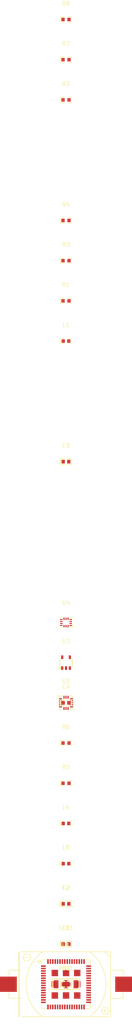
<source format=kicad_pcb>
(kicad_pcb (version 20241229) (generator "atopile") (generator_version "0.12.4")
  (layers (0 "F.Cu" signal) (31 "B.Cu" signal) (34 "B.Paste" user) (35 "F.Paste" user) (36 "B.SilkS" user "B.Silkscreen") (37 "F.SilkS" user "F.Silkscreen") (38 "B.Mask" user) (39 "F.Mask" user) (44 "Edge.Cuts" user))
  (net 0 "")
  (net 1 "PC13")
  (net 2 "PA2_UART2_TX")
  (net 3 "PA3_UART2_RX")
  (net 4 "PC0")
  (net 7 "VLXSMPS")
  (net 8 "PC6")
  (net 9 "PC4")
  (net 11 "PB7_UART1_RX")
  (net 18 "PA4")
  (net 19 "PA5")
  (net 20 "PB9")
  (net 22 "PB15")
  (net 23 "PA13")
  (net 26 "PC1")
  (net 29 "PA14")
  (net 30 "PC5")
  (net 31 "VREFpos")
  (net 32 "VFBSMPS")
  (net 35 "PB8")
  (net 39 "PC3")
  (net 6 "PB1")
  (net 41 "PA10")
  (net 43 "PA7")
  (net 44 "PB13")
  (net 45 "PB10")
  (net 47 "PA6")
  (net 48 "footprint-net-3")
  (net 50 "footprint-net-2")
  (net 51 "PB14")
  (net 52 "VDDMPS")
  (net 53 "PB12")
  (net 56 "PA8")
  (net 57 "NRST")
  (net 58 "PC2")
  (net 59 "PA11")
  (net 60 "PA9")
  (net 61 "PB11")
  (net 62 "BOOT0")
  (net 65 "PA12")
  (net 12 "footprint-net-0")
  (net 66 "footprint-net-1")
  (net 94 "ADC1")
  (net 95 "vbat")
  (net 96 "footprint-SDO_SA0-1")
  (net 97 "footprint-INT2-1")
  (net 99 "activation")
  (net 100 "footprint-CS-0")
  (net 101 "footprint-net-5")
  (net 102 "A")
  (net 103 "ADC2")
  (net 104 "SCX")
  (net 105 "led_status")
  (net 106 "footprint-CS-1")
  (net 107 "gnd")
  (net 108 "CS_AUX")
  (net 109 "INT1")
  (net 110 "RES")
  (net 111 "adc_ntc")
  (net 112 "footprint-INT2-0")
  (net 113 "footprint-net-4")
  (net 115 "ADC3")
  (net 116 "vcc")
  (net 117 "SDX")
  (net 118 "footprint-SDO_SA0-0")
  (net 119 "SDO_SUX")
  (net 15 "Dummy")
  (net 16 "Feed")
  (net 17 "RF_OUT")
  (net 5 "i2c_scl")
  (net 21 "i2c_sda")
  (footprint "RAKwireless_RAK3172_SIP_8_SM_NI:LGA-73_L12.0-W12.0-P0.60-TL" (layer "F.Cu") (at 0 0 0)
    (property "Reference" "U1" (at 0 -9.65 0) (layer "F.SilkS") (hide no))
    (property "Value" "")
    (fp_line (start -6.08 -4.82) (end -6.08 -6.08) (stroke (width 0.15)) (layer "F.SilkS"))
    (fp_line (start -6.08 -6.08) (end -4.82 -6.08) (stroke (width 0.15)) (layer "F.SilkS"))
    (fp_line (start 6.08 -4.82) (end 6.08 -6.08) (stroke (width 0.15)) (layer "F.SilkS"))
    (fp_line (start 6.08 -6.08) (end 4.82 -6.08) (stroke (width 0.15)) (layer "F.SilkS"))
    (fp_line (start 6.08 4.82) (end 6.08 6.08) (stroke (width 0.15)) (layer "F.SilkS"))
    (fp_line (start 6.08 6.08) (end 4.82 6.08) (stroke (width 0.15)) (layer "F.SilkS"))
    (fp_line (start -6.08 4.82) (end -6.08 6.08) (stroke (width 0.15)) (layer "F.SilkS"))
    (fp_line (start -6.08 6.08) (end -4.82 6.08) (stroke (width 0.15)) (layer "F.SilkS"))
    (fp_circle (center -6.7 -5.67) (end -6.5 -5.67) (stroke (width 0.4)) (fill no) (layer "F.SilkS"))
    (fp_text user "${REFERENCE}" (at 0 -9.65 0) (layer "F.SilkS"))
    (pad "1" smd rect (at -5.65 -4.5 0) (size 1.17 0.37) (layers "F.Cu" "F.Paste" "F.Mask") (net 23 "PA13"))
    (pad "2" smd rect (at -5.65 -3.9 0) (size 1.17 0.37) (layers "F.Cu" "F.Paste" "F.Mask") (net 29 "PA14"))
    (pad "3" smd rect (at -5.65 -3.3 0) (size 1.17 0.37) (layers "F.Cu" "F.Paste" "F.Mask") (net 116 "vcc"))
    (pad "4" smd rect (at -5.65 -2.7 0) (size 1.17 0.37) (layers "F.Cu" "F.Paste" "F.Mask") (net 95 "vbat"))
    (pad "5" smd rect (at -5.65 -2.1 0) (size 1.17 0.37) (layers "F.Cu" "F.Paste" "F.Mask") (net 1 "PC13"))
    (pad "6" smd rect (at -5.65 -1.5 0) (size 1.17 0.37) (layers "F.Cu" "F.Paste" "F.Mask") (net 31 "VREFpos"))
    (pad "7" smd rect (at -5.65 -0.9 0) (size 1.17 0.37) (layers "F.Cu" "F.Paste" "F.Mask") (net 116 "vcc"))
    (pad "8" smd rect (at -5.65 -0.3 0) (size 1.17 0.37) (layers "F.Cu" "F.Paste" "F.Mask") (net 5 "i2c_scl"))
    (pad "9" smd rect (at -5.65 0.3 0) (size 1.17 0.37) (layers "F.Cu" "F.Paste" "F.Mask") (net 22 "PB15"))
    (pad "10" smd rect (at -5.65 0.9 0) (size 1.17 0.37) (layers "F.Cu" "F.Paste" "F.Mask") (net 32 "VFBSMPS"))
    (pad "11" smd rect (at -5.65 1.5 0) (size 1.17 0.37) (layers "F.Cu" "F.Paste" "F.Mask") (net 52 "VDDMPS"))
    (pad "12" smd rect (at -5.65 2.1 0) (size 1.17 0.37) (layers "F.Cu" "F.Paste" "F.Mask") (net 107 "gnd"))
    (pad "13" smd rect (at -5.65 2.7 0) (size 1.17 0.37) (layers "F.Cu" "F.Paste" "F.Mask") (net 7 "VLXSMPS"))
    (pad "14" smd rect (at -5.65 3.3 0) (size 1.17 0.37) (layers "F.Cu" "F.Paste" "F.Mask") (net 97 "footprint-INT2-1"))
    (pad "15" smd rect (at -5.65 3.9 0) (size 1.17 0.37) (layers "F.Cu" "F.Paste" "F.Mask") (net 109 "INT1"))
    (pad "16" smd rect (at -5.65 4.5 0) (size 1.17 0.37) (layers "F.Cu" "F.Paste" "F.Mask") (net 105 "led_status"))
    (pad "17" smd rect (at -4.5 5.65 0) (size 0.37 1.17) (layers "F.Cu" "F.Paste" "F.Mask") (net 21 "i2c_sda"))
    (pad "18" smd rect (at -3.9 5.65 0) (size 0.37 1.17) (layers "F.Cu" "F.Paste" "F.Mask") (net 11 "PB7_UART1_RX"))
    (pad "19" smd rect (at -3.3 5.65 0) (size 0.37 1.17) (layers "F.Cu" "F.Paste" "F.Mask") (net 35 "PB8"))
    (pad "20" smd rect (at -2.7 5.65 0) (size 0.37 1.17) (layers "F.Cu" "F.Paste" "F.Mask") (net 20 "PB9"))
    (pad "21" smd rect (at -2.1 5.65 0) (size 0.37 1.17) (layers "F.Cu" "F.Paste" "F.Mask") (net 4 "PC0"))
    (pad "22" smd rect (at -1.5 5.65 0) (size 0.37 1.17) (layers "F.Cu" "F.Paste" "F.Mask") (net 26 "PC1"))
    (pad "23" smd rect (at -0.9 5.65 0) (size 0.37 1.17) (layers "F.Cu" "F.Paste" "F.Mask") (net 58 "PC2"))
    (pad "24" smd rect (at -0.3 5.65 0) (size 0.37 1.17) (layers "F.Cu" "F.Paste" "F.Mask") (net 39 "PC3"))
    (pad "25" smd rect (at 0.3 5.65 0) (size 0.37 1.17) (layers "F.Cu" "F.Paste" "F.Mask") (net 9 "PC4"))
    (pad "26" smd rect (at 0.9 5.65 0) (size 0.37 1.17) (layers "F.Cu" "F.Paste" "F.Mask") (net 30 "PC5"))
    (pad "27" smd rect (at 1.5 5.65 0) (size 0.37 1.17) (layers "F.Cu" "F.Paste" "F.Mask") (net 8 "PC6"))
    (pad "28" smd rect (at 2.1 5.65 0) (size 0.37 1.17) (layers "F.Cu" "F.Paste" "F.Mask") (net 107 "gnd"))
    (pad "29" smd rect (at 2.7 5.65 0) (size 0.37 1.17) (layers "F.Cu" "F.Paste" "F.Mask") (net 2 "PA2_UART2_TX"))
    (pad "30" smd rect (at 3.3 5.65 0) (size 0.37 1.17) (layers "F.Cu" "F.Paste" "F.Mask") (net 3 "PA3_UART2_RX"))
    (pad "31" smd rect (at 3.9 5.65 0) (size 0.37 1.17) (layers "F.Cu" "F.Paste" "F.Mask") (net 18 "PA4"))
    (pad "32" smd rect (at 4.5 5.65 0) (size 0.37 1.17) (layers "F.Cu" "F.Paste" "F.Mask") (net 19 "PA5"))
    (pad "33" smd rect (at 5.65 4.5 0) (size 1.17 0.37) (layers "F.Cu" "F.Paste" "F.Mask") (net 47 "PA6"))
    (pad "34" smd rect (at 5.65 3.9 0) (size 1.17 0.37) (layers "F.Cu" "F.Paste" "F.Mask") (net 43 "PA7"))
    (pad "35" smd rect (at 5.65 3.3 0) (size 1.17 0.37) (layers "F.Cu" "F.Paste" "F.Mask") (net 107 "gnd"))
    (pad "36" smd rect (at 5.65 2.7 0) (size 1.17 0.37) (layers "F.Cu" "F.Paste" "F.Mask") (net 107 "gnd"))
    (pad "37" smd rect (at 5.65 2.1 0) (size 1.17 0.37) (layers "F.Cu" "F.Paste" "F.Mask") (net 17 "RF_OUT"))
    (pad "38" smd rect (at 5.65 1.5 0) (size 1.17 0.37) (layers "F.Cu" "F.Paste" "F.Mask") (net 107 "gnd"))
    (pad "39" smd rect (at 5.65 0.9 0) (size 1.17 0.37) (layers "F.Cu" "F.Paste" "F.Mask") (net 107 "gnd"))
    (pad "40" smd rect (at 5.65 0.3 0) (size 1.17 0.37) (layers "F.Cu" "F.Paste" "F.Mask") (net 50 "footprint-net-2"))
    (pad "41" smd rect (at 5.65 -0.3 0) (size 1.17 0.37) (layers "F.Cu" "F.Paste" "F.Mask") (net 48 "footprint-net-3"))
    (pad "42" smd rect (at 5.65 -0.9 0) (size 1.17 0.37) (layers "F.Cu" "F.Paste" "F.Mask") (net 99 "activation"))
    (pad "43" smd rect (at 5.65 -1.5 0) (size 1.17 0.37) (layers "F.Cu" "F.Paste" "F.Mask") (net 62 "BOOT0"))
    (pad "44" smd rect (at 5.65 -2.1 0) (size 1.17 0.37) (layers "F.Cu" "F.Paste" "F.Mask") (net 57 "NRST"))
    (pad "45" smd rect (at 5.65 -2.7 0) (size 1.17 0.37) (layers "F.Cu" "F.Paste" "F.Mask") (net 111 "adc_ntc"))
    (pad "46" smd rect (at 5.65 -3.3 0) (size 1.17 0.37) (layers "F.Cu" "F.Paste" "F.Mask") (net 107 "gnd"))
    (pad "47" smd rect (at 5.65 -3.9 0) (size 1.17 0.37) (layers "F.Cu" "F.Paste" "F.Mask") (net 107 "gnd"))
    (pad "48" smd rect (at 5.65 -4.5 0) (size 1.17 0.37) (layers "F.Cu" "F.Paste" "F.Mask") (net 61 "PB11"))
    (pad "49" smd rect (at 4.5 -5.65 0) (size 0.37 1.17) (layers "F.Cu" "F.Paste" "F.Mask") (net 45 "PB10"))
    (pad "50" smd rect (at 3.9 -5.65 0) (size 0.37 1.17) (layers "F.Cu" "F.Paste" "F.Mask") (net 60 "PA9"))
    (pad "51" smd rect (at 3.3 -5.65 0) (size 0.37 1.17) (layers "F.Cu" "F.Paste" "F.Mask") (net 56 "PA8"))
    (pad "52" smd rect (at 2.7 -5.65 0) (size 0.37 1.17) (layers "F.Cu" "F.Paste" "F.Mask") (net 107 "gnd"))
    (pad "53" smd rect (at 2.1 -5.65 0) (size 0.37 1.17) (layers "F.Cu" "F.Paste" "F.Mask") (net 116 "vcc"))
    (pad "54" smd rect (at 1.5 -5.65 0) (size 0.37 1.17) (layers "F.Cu" "F.Paste" "F.Mask") (net 116 "vcc"))
    (pad "55" smd rect (at 0.9 -5.65 0) (size 0.37 1.17) (layers "F.Cu" "F.Paste" "F.Mask") (net 116 "vcc"))
    (pad "56" smd rect (at 0.3 -5.65 0) (size 0.37 1.17) (layers "F.Cu" "F.Paste" "F.Mask") (net 107 "gnd"))
    (pad "57" smd rect (at -0.3 -5.65 0) (size 0.37 1.17) (layers "F.Cu" "F.Paste" "F.Mask") (net 6 "PB1"))
    (pad "58" smd rect (at -0.9 -5.65 0) (size 0.37 1.17) (layers "F.Cu" "F.Paste" "F.Mask") (net 112 "footprint-INT2-0"))
    (pad "59" smd rect (at -1.5 -5.65 0) (size 0.37 1.17) (layers "F.Cu" "F.Paste" "F.Mask") (net 53 "PB12"))
    (pad "60" smd rect (at -2.1 -5.65 0) (size 0.37 1.17) (layers "F.Cu" "F.Paste" "F.Mask") (net 44 "PB13"))
    (pad "61" smd rect (at -2.7 -5.65 0) (size 0.37 1.17) (layers "F.Cu" "F.Paste" "F.Mask") (net 51 "PB14"))
    (pad "62" smd rect (at -3.3 -5.65 0) (size 0.37 1.17) (layers "F.Cu" "F.Paste" "F.Mask") (net 41 "PA10"))
    (pad "63" smd rect (at -3.9 -5.65 0) (size 0.37 1.17) (layers "F.Cu" "F.Paste" "F.Mask") (net 59 "PA11"))
    (pad "64" smd rect (at -4.5 -5.65 0) (size 0.37 1.17) (layers "F.Cu" "F.Paste" "F.Mask") (net 65 "PA12"))
    (pad "65" smd rect (at -2.8 -2.8 0) (size 1.6 1.6) (layers "F.Cu" "F.Paste" "F.Mask") (net 107 "gnd"))
    (pad "66" smd rect (at 0 -2.8 0) (size 1.6 1.6) (layers "F.Cu" "F.Paste" "F.Mask") (net 107 "gnd"))
    (pad "67" smd rect (at 2.8 -2.8 0) (size 1.6 1.6) (layers "F.Cu" "F.Paste" "F.Mask") (net 107 "gnd"))
    (pad "68" smd rect (at -2.8 0 0) (size 1.6 1.6) (layers "F.Cu" "F.Paste" "F.Mask") (net 107 "gnd"))
    (pad "69" smd rect (at 0 0 0) (size 1.6 1.6) (layers "F.Cu" "F.Paste" "F.Mask") (net 107 "gnd"))
    (pad "70" smd rect (at 2.8 0 0) (size 1.6 1.6) (layers "F.Cu" "F.Paste" "F.Mask") (net 107 "gnd"))
    (pad "71" smd rect (at -2.8 2.8 0) (size 1.6 1.6) (layers "F.Cu" "F.Paste" "F.Mask") (net 107 "gnd"))
    (pad "72" smd rect (at 0 2.8 0) (size 1.6 1.6) (layers "F.Cu" "F.Paste" "F.Mask") (net 107 "gnd"))
    (pad "73" smd rect (at 2.8 2.8 0) (size 1.6 1.6) (layers "F.Cu" "F.Paste" "F.Mask") (net 107 "gnd"))
  )
  (footprint "YAGEO_CC0603KRX7R9BB104:C0603" (layer "F.Cu") (at 0 0 0)
    (property "Reference" "C3" (at 0 -4 0) (layer "F.SilkS") (hide no))
    (property "Value" "100nF ±10% 50V X7R")
    (fp_line (start -0.28 0.71) (end -1.08 0.71) (stroke (width 0.25)) (layer "F.SilkS"))
    (fp_line (start 0.28 0.71) (end 1.08 0.71) (stroke (width 0.25)) (layer "F.SilkS"))
    (fp_line (start -0.28 -0.71) (end -1.08 -0.71) (stroke (width 0.25)) (layer "F.SilkS"))
    (fp_line (start 0.28 -0.71) (end 1.08 -0.71) (stroke (width 0.25)) (layer "F.SilkS"))
    (fp_line (start -1.39 0.4) (end -1.39 -0.4) (stroke (width 0.25)) (layer "F.SilkS"))
    (fp_line (start 1.39 -0.4) (end 1.39 0.4) (stroke (width 0.25)) (layer "F.SilkS"))
    (fp_arc (start 1.39 -0.4) (mid 1.2992031021678296 -0.6192031021678296) (end 1.08 -0.7099999999999999) (stroke (width 0.25)) (layer "F.SilkS"))
    (fp_arc (start 1.08 0.71) (mid 1.2992031021678296 0.6192031021678297) (end 1.3900000000000001 0.4) (stroke (width 0.25)) (layer "F.SilkS"))
    (fp_arc (start -1.39 0.4) (mid -1.2992031021678296 0.6192031021678296) (end -1.08 0.7099999999999999) (stroke (width 0.25)) (layer "F.SilkS"))
    (fp_arc (start -1.08 -0.71) (mid -1.2992031021678296 -0.6192031021678297) (end -1.3900000000000001 -0.4) (stroke (width 0.25)) (layer "F.SilkS"))
    (fp_text user "${REFERENCE}" (at 0 -4 0) (layer "F.SilkS"))
    (pad "2" smd rect (at 0.7 0 0) (size 0.8 0.9) (layers "F.Cu" "F.Paste" "F.Mask") (net 107 "gnd"))
    (pad "1" smd rect (at -0.7 0 0) (size 0.8 0.9) (layers "F.Cu" "F.Paste" "F.Mask") (net 116 "vcc"))
  )
  (footprint "YAGEO_CC0603KRX7R9BB104:C0603" (layer "F.Cu") (at 0 -70 0)
    (property "Reference" "C4" (at 0 -4 0) (layer "F.SilkS") (hide no))
    (property "Value" "100nF ±10% 50V X7R")
    (fp_line (start -0.28 0.71) (end -1.08 0.71) (stroke (width 0.25)) (layer "F.SilkS"))
    (fp_line (start 0.28 0.71) (end 1.08 0.71) (stroke (width 0.25)) (layer "F.SilkS"))
    (fp_line (start -0.28 -0.71) (end -1.08 -0.71) (stroke (width 0.25)) (layer "F.SilkS"))
    (fp_line (start 0.28 -0.71) (end 1.08 -0.71) (stroke (width 0.25)) (layer "F.SilkS"))
    (fp_line (start -1.39 0.4) (end -1.39 -0.4) (stroke (width 0.25)) (layer "F.SilkS"))
    (fp_line (start 1.39 -0.4) (end 1.39 0.4) (stroke (width 0.25)) (layer "F.SilkS"))
    (fp_arc (start 1.39 -0.4) (mid 1.2992031021678296 -0.6192031021678296) (end 1.08 -0.7099999999999999) (stroke (width 0.25)) (layer "F.SilkS"))
    (fp_arc (start 1.08 0.71) (mid 1.2992031021678296 0.6192031021678297) (end 1.3900000000000001 0.4) (stroke (width 0.25)) (layer "F.SilkS"))
    (fp_arc (start -1.39 0.4) (mid -1.2992031021678296 0.6192031021678296) (end -1.08 0.7099999999999999) (stroke (width 0.25)) (layer "F.SilkS"))
    (fp_arc (start -1.08 -0.71) (mid -1.2992031021678296 -0.6192031021678297) (end -1.3900000000000001 -0.4) (stroke (width 0.25)) (layer "F.SilkS"))
    (fp_text user "${REFERENCE}" (at 0 -4 0) (layer "F.SilkS"))
    (pad "2" smd rect (at 0.7 0 0) (size 0.8 0.9) (layers "F.Cu" "F.Paste" "F.Mask") (net 107 "gnd"))
    (pad "1" smd rect (at -0.7 0 0) (size 0.8 0.9) (layers "F.Cu" "F.Paste" "F.Mask") (net 116 "vcc"))
  )
  (footprint "YAGEO_CC0603KRX7R9BB104:C0603" (layer "F.Cu") (at 0 -130 0)
    (property "Reference" "C9" (at 0 -4 0) (layer "F.SilkS") (hide no))
    (property "Value" "100nF ±10% 50V X7R")
    (fp_line (start -0.28 0.71) (end -1.08 0.71) (stroke (width 0.25)) (layer "F.SilkS"))
    (fp_line (start 0.28 0.71) (end 1.08 0.71) (stroke (width 0.25)) (layer "F.SilkS"))
    (fp_line (start -0.28 -0.71) (end -1.08 -0.71) (stroke (width 0.25)) (layer "F.SilkS"))
    (fp_line (start 0.28 -0.71) (end 1.08 -0.71) (stroke (width 0.25)) (layer "F.SilkS"))
    (fp_line (start -1.39 0.4) (end -1.39 -0.4) (stroke (width 0.25)) (layer "F.SilkS"))
    (fp_line (start 1.39 -0.4) (end 1.39 0.4) (stroke (width 0.25)) (layer "F.SilkS"))
    (fp_arc (start 1.39 -0.4) (mid 1.2992031021678296 -0.6192031021678296) (end 1.08 -0.7099999999999999) (stroke (width 0.25)) (layer "F.SilkS"))
    (fp_arc (start 1.08 0.71) (mid 1.2992031021678296 0.6192031021678297) (end 1.3900000000000001 0.4) (stroke (width 0.25)) (layer "F.SilkS"))
    (fp_arc (start -1.39 0.4) (mid -1.2992031021678296 0.6192031021678296) (end -1.08 0.7099999999999999) (stroke (width 0.25)) (layer "F.SilkS"))
    (fp_arc (start -1.08 -0.71) (mid -1.2992031021678296 -0.6192031021678297) (end -1.3900000000000001 -0.4) (stroke (width 0.25)) (layer "F.SilkS"))
    (fp_text user "${REFERENCE}" (at 0 -4 0) (layer "F.SilkS"))
    (pad "2" smd rect (at 0.7 0 0) (size 0.8 0.9) (layers "F.Cu" "F.Paste" "F.Mask") (net 107 "gnd"))
    (pad "1" smd rect (at -0.7 0 0) (size 0.8 0.9) (layers "F.Cu" "F.Paste" "F.Mask") (net 116 "vcc"))
  )
  (footprint "Murata_Electronics_LQM18FN100M00D:L0603" (layer "F.Cu") (at 0 -160 0)
    (property "Reference" "L1" (at 0 -4 0) (layer "F.SilkS") (hide no))
    (property "Value" "10µH ±20% 30MHz 50mA 1.17Ω")
    (fp_line (start -1.27 0.65) (end -1.43 0.5) (stroke (width 0.15)) (layer "F.SilkS"))
    (fp_line (start -1.43 0.5) (end -1.43 -0.51) (stroke (width 0.15)) (layer "F.SilkS"))
    (fp_line (start -1.43 -0.51) (end -1.27 -0.65) (stroke (width 0.15)) (layer "F.SilkS"))
    (fp_line (start 1.27 -0.65) (end 1.42 -0.5) (stroke (width 0.15)) (layer "F.SilkS"))
    (fp_line (start 1.42 -0.5) (end 1.42 0.52) (stroke (width 0.15)) (layer "F.SilkS"))
    (fp_line (start 1.42 0.52) (end 1.27 0.65) (stroke (width 0.15)) (layer "F.SilkS"))
    (fp_line (start -1.28 -0.65) (end -0.51 -0.65) (stroke (width 0.15)) (layer "F.SilkS"))
    (fp_line (start 1.27 0.65) (end 0.51 0.65) (stroke (width 0.15)) (layer "F.SilkS"))
    (fp_line (start -1.28 0.65) (end -0.51 0.65) (stroke (width 0.15)) (layer "F.SilkS"))
    (fp_line (start 1.27 -0.65) (end 0.51 -0.65) (stroke (width 0.15)) (layer "F.SilkS"))
    (fp_text user "${REFERENCE}" (at 0 -4 0) (layer "F.SilkS"))
    (pad "1" smd rect (at -0.7 0 180) (size 0.8 0.86) (layers "F.Cu" "F.Paste" "F.Mask") (net 116 "vcc"))
    (pad "2" smd rect (at 0.7 0 180) (size 0.8 0.86) (layers "F.Cu" "F.Paste" "F.Mask") (net 116 "vcc"))
  )
  (footprint "UNI_ROYAL_0603WAF1002T5E:R0603" (layer "F.Cu") (at 0 -170 0)
    (property "Reference" "R1" (at 0 -4 0) (layer "F.SilkS") (hide no))
    (property "Value" "10kΩ ±1% 100mW")
    (fp_line (start 0.43 0.66) (end 1.39 0.66) (stroke (width 0.15)) (layer "F.SilkS"))
    (fp_line (start 1.39 0.66) (end 1.39 -0.66) (stroke (width 0.15)) (layer "F.SilkS"))
    (fp_line (start 1.39 -0.66) (end 0.43 -0.66) (stroke (width 0.15)) (layer "F.SilkS"))
    (fp_line (start -0.43 0.66) (end -1.39 0.66) (stroke (width 0.15)) (layer "F.SilkS"))
    (fp_line (start -1.39 0.66) (end -1.39 -0.66) (stroke (width 0.15)) (layer "F.SilkS"))
    (fp_line (start -1.39 -0.66) (end -0.43 -0.66) (stroke (width 0.15)) (layer "F.SilkS"))
    (fp_text user "${REFERENCE}" (at 0 -4 0) (layer "F.SilkS"))
    (pad "2" smd rect (at 0.75 0 0) (size 0.81 0.86) (layers "F.Cu" "F.Paste" "F.Mask") (net 107 "gnd"))
    (pad "1" smd rect (at -0.75 0 0) (size 0.81 0.86) (layers "F.Cu" "F.Paste" "F.Mask") (net 116 "vcc"))
  )
  (footprint "UNI_ROYAL_0603WAF1002T5E:R0603" (layer "F.Cu") (at 0 -180 0)
    (property "Reference" "R3" (at 0 -4 0) (layer "F.SilkS") (hide no))
    (property "Value" "10kΩ ±1% 100mW")
    (fp_line (start 0.43 0.66) (end 1.39 0.66) (stroke (width 0.15)) (layer "F.SilkS"))
    (fp_line (start 1.39 0.66) (end 1.39 -0.66) (stroke (width 0.15)) (layer "F.SilkS"))
    (fp_line (start 1.39 -0.66) (end 0.43 -0.66) (stroke (width 0.15)) (layer "F.SilkS"))
    (fp_line (start -0.43 0.66) (end -1.39 0.66) (stroke (width 0.15)) (layer "F.SilkS"))
    (fp_line (start -1.39 0.66) (end -1.39 -0.66) (stroke (width 0.15)) (layer "F.SilkS"))
    (fp_line (start -1.39 -0.66) (end -0.43 -0.66) (stroke (width 0.15)) (layer "F.SilkS"))
    (fp_text user "${REFERENCE}" (at 0 -4 0) (layer "F.SilkS"))
    (pad "2" smd rect (at 0.75 0 0) (size 0.81 0.86) (layers "F.Cu" "F.Paste" "F.Mask") (net 107 "gnd"))
    (pad "1" smd rect (at -0.75 0 0) (size 0.81 0.86) (layers "F.Cu" "F.Paste" "F.Mask") (net 111 "adc_ntc"))
  )
  (footprint "UNI_ROYAL_0603WAF1002T5E:R0603" (layer "F.Cu") (at 0 -190 0)
    (property "Reference" "R4" (at 0 -4 0) (layer "F.SilkS") (hide no))
    (property "Value" "10kΩ ±1% 100mW")
    (fp_line (start 0.43 0.66) (end 1.39 0.66) (stroke (width 0.15)) (layer "F.SilkS"))
    (fp_line (start 1.39 0.66) (end 1.39 -0.66) (stroke (width 0.15)) (layer "F.SilkS"))
    (fp_line (start 1.39 -0.66) (end 0.43 -0.66) (stroke (width 0.15)) (layer "F.SilkS"))
    (fp_line (start -0.43 0.66) (end -1.39 0.66) (stroke (width 0.15)) (layer "F.SilkS"))
    (fp_line (start -1.39 0.66) (end -1.39 -0.66) (stroke (width 0.15)) (layer "F.SilkS"))
    (fp_line (start -1.39 -0.66) (end -0.43 -0.66) (stroke (width 0.15)) (layer "F.SilkS"))
    (fp_text user "${REFERENCE}" (at 0 -4 0) (layer "F.SilkS"))
    (pad "2" smd rect (at 0.75 0 0) (size 0.81 0.86) (layers "F.Cu" "F.Paste" "F.Mask") (net 111 "adc_ntc"))
    (pad "1" smd rect (at -0.75 0 0) (size 0.81 0.86) (layers "F.Cu" "F.Paste" "F.Mask") (net 116 "vcc"))
  )
  (footprint "UNI_ROYAL_0603WAF1002T5E:R0603" (layer "F.Cu") (at 0 -220 0)
    (property "Reference" "R2" (at 0 -4 0) (layer "F.SilkS") (hide no))
    (property "Value" "10kΩ ±1% 100mW")
    (fp_line (start 0.43 0.66) (end 1.39 0.66) (stroke (width 0.15)) (layer "F.SilkS"))
    (fp_line (start 1.39 0.66) (end 1.39 -0.66) (stroke (width 0.15)) (layer "F.SilkS"))
    (fp_line (start 1.39 -0.66) (end 0.43 -0.66) (stroke (width 0.15)) (layer "F.SilkS"))
    (fp_line (start -0.43 0.66) (end -1.39 0.66) (stroke (width 0.15)) (layer "F.SilkS"))
    (fp_line (start -1.39 0.66) (end -1.39 -0.66) (stroke (width 0.15)) (layer "F.SilkS"))
    (fp_line (start -1.39 -0.66) (end -0.43 -0.66) (stroke (width 0.15)) (layer "F.SilkS"))
    (fp_text user "${REFERENCE}" (at 0 -4 0) (layer "F.SilkS"))
    (pad "2" smd rect (at 0.75 0 0) (size 0.81 0.86) (layers "F.Cu" "F.Paste" "F.Mask") (net 66 "footprint-net-1"))
    (pad "1" smd rect (at -0.75 0 0) (size 0.81 0.86) (layers "F.Cu" "F.Paste" "F.Mask") (net 12 "footprint-net-0"))
  )
  (footprint "UNI_ROYAL_0603WAF1002T5E:R0603" (layer "F.Cu") (at 0 -230 0)
    (property "Reference" "R7" (at 0 -4 0) (layer "F.SilkS") (hide no))
    (property "Value" "10kΩ ±1% 100mW")
    (fp_line (start 0.43 0.66) (end 1.39 0.66) (stroke (width 0.15)) (layer "F.SilkS"))
    (fp_line (start 1.39 0.66) (end 1.39 -0.66) (stroke (width 0.15)) (layer "F.SilkS"))
    (fp_line (start 1.39 -0.66) (end 0.43 -0.66) (stroke (width 0.15)) (layer "F.SilkS"))
    (fp_line (start -0.43 0.66) (end -1.39 0.66) (stroke (width 0.15)) (layer "F.SilkS"))
    (fp_line (start -1.39 0.66) (end -1.39 -0.66) (stroke (width 0.15)) (layer "F.SilkS"))
    (fp_line (start -1.39 -0.66) (end -0.43 -0.66) (stroke (width 0.15)) (layer "F.SilkS"))
    (fp_text user "${REFERENCE}" (at 0 -4 0) (layer "F.SilkS"))
    (pad "2" smd rect (at 0.75 0 0) (size 0.81 0.86) (layers "F.Cu" "F.Paste" "F.Mask") (net 21 "i2c_sda"))
    (pad "1" smd rect (at -0.75 0 0) (size 0.81 0.86) (layers "F.Cu" "F.Paste" "F.Mask") (net 116 "vcc"))
  )
  (footprint "UNI_ROYAL_0603WAF1002T5E:R0603" (layer "F.Cu") (at 0 -240 0)
    (property "Reference" "R8" (at 0 -4 0) (layer "F.SilkS") (hide no))
    (property "Value" "10kΩ ±1% 100mW")
    (fp_line (start 0.43 0.66) (end 1.39 0.66) (stroke (width 0.15)) (layer "F.SilkS"))
    (fp_line (start 1.39 0.66) (end 1.39 -0.66) (stroke (width 0.15)) (layer "F.SilkS"))
    (fp_line (start 1.39 -0.66) (end 0.43 -0.66) (stroke (width 0.15)) (layer "F.SilkS"))
    (fp_line (start -0.43 0.66) (end -1.39 0.66) (stroke (width 0.15)) (layer "F.SilkS"))
    (fp_line (start -1.39 0.66) (end -1.39 -0.66) (stroke (width 0.15)) (layer "F.SilkS"))
    (fp_line (start -1.39 -0.66) (end -0.43 -0.66) (stroke (width 0.15)) (layer "F.SilkS"))
    (fp_text user "${REFERENCE}" (at 0 -4 0) (layer "F.SilkS"))
    (pad "2" smd rect (at 0.75 0 0) (size 0.81 0.86) (layers "F.Cu" "F.Paste" "F.Mask") (net 5 "i2c_scl"))
    (pad "1" smd rect (at -0.75 0 0) (size 0.81 0.86) (layers "F.Cu" "F.Paste" "F.Mask") (net 116 "vcc"))
  )
  (footprint "Q_J_CR2032_BS_6_1:BAT-TH_CR2032-BS-6-1" (layer "F.Cu") (at 0 0 0)
    (property "Reference" "B1" (at 0 -4 0) (layer "F.SilkS") (hide no))
    (property "Value" "")
    (fp_line (start 11.13 8.08) (end 11.13 1.98) (stroke (width 0.15)) (layer "F.SilkS"))
    (fp_line (start -9.2 -6.65) (end -10.3 -6.65) (stroke (width 0.15)) (layer "F.SilkS"))
    (fp_line (start 9.2 6.65) (end 10.3 6.65) (stroke (width 0.15)) (layer "F.SilkS"))
    (fp_line (start 9.75 7.2) (end 9.75 6.1) (stroke (width 0.15)) (layer "F.SilkS"))
    (fp_line (start 11.13 -1.98) (end 11.13 2.06) (stroke (width 0.15)) (layer "F.SilkS"))
    (fp_line (start -11.8 -8.05) (end -11.8 8.05) (stroke (width 0.15)) (layer "F.SilkS"))
    (fp_line (start -11.8 -8.07) (end -11.65 -8.07) (stroke (width 0.15)) (layer "F.SilkS"))
    (fp_line (start -11.65 -8.07) (end -11.65 8.08) (stroke (width 0.15)) (layer "F.SilkS"))
    (fp_line (start -11.65 8.08) (end -11.8 8.08) (stroke (width 0.15)) (layer "F.SilkS"))
    (fp_line (start -14.25 3.5) (end -11.13 3.5) (stroke (width 0.15)) (layer "F.SilkS"))
    (fp_line (start -14.25 3.5) (end -14.25 2.08) (stroke (width 0.15)) (layer "F.SilkS"))
    (fp_line (start -14.25 -3.5) (end -14.25 -2.08) (stroke (width 0.15)) (layer "F.SilkS"))
    (fp_line (start -14.25 -3.5) (end -11.13 -3.5) (stroke (width 0.15)) (layer "F.SilkS"))
    (fp_line (start 14.25 3.5) (end 11.13 3.5) (stroke (width 0.15)) (layer "F.SilkS"))
    (fp_line (start 14.25 3.5) (end 14.25 2.08) (stroke (width 0.15)) (layer "F.SilkS"))
    (fp_line (start 14.25 -3.5) (end 14.25 -2.08) (stroke (width 0.15)) (layer "F.SilkS"))
    (fp_line (start 14.25 -3.5) (end 11.13 -3.5) (stroke (width 0.15)) (layer "F.SilkS"))
    (fp_line (start 9.64 -8.08) (end 9.66 -8.08) (stroke (width 0.15)) (layer "F.SilkS"))
    (fp_line (start 9.66 -8.08) (end 11.13 -6.61) (stroke (width 0.15)) (layer "F.SilkS"))
    (fp_line (start -11.13 -8.08) (end 11.13 -8.08) (stroke (width 0.15)) (layer "F.SilkS"))
    (fp_line (start 11.13 -8.08) (end 11.13 -1.98) (stroke (width 0.15)) (layer "F.SilkS"))
    (fp_line (start -11.13 8.08) (end 11.13 8.08) (stroke (width 0.15)) (layer "F.SilkS"))
    (fp_arc (start -5.91 8.07) (mid -10.006743821177578 -0.003601908927777231) (end -5.904183094256048 -8.074249541064866) (stroke (width 0.15)) (layer "F.SilkS"))
    (fp_arc (start 5.91 -8.07) (mid 10.006743821177578 0.003601908927777231) (end 5.904183094256048 8.074249541064866) (stroke (width 0.15)) (layer "F.SilkS"))
    (fp_circle (center 9.75 6.65) (end 10.67 6.65) (stroke (width 0.15)) (fill no) (layer "F.SilkS"))
    (fp_circle (center -9.75 -6.65) (end -8.83 -6.65) (stroke (width 0.15)) (fill no) (layer "F.SilkS"))
    (fp_text user "${REFERENCE}" (at 0 -4 0) (layer "F.SilkS"))
    (pad "1" smd rect (at 14.39 0 0) (size 4.2 3.8) (layers "F.Cu" "F.Paste" "F.Mask") (net 95 "vbat"))
    (pad "2" smd rect (at -14.39 0 0) (size 4.2 3.8) (layers "F.Cu" "F.Paste" "F.Mask") (net 107 "gnd"))
  )
  (footprint "Everlight_Elec_19_217_GHC_YR1S2_3T:LED0603-RD" (layer "F.Cu") (at 0 -10 0)
    (property "Reference" "LED1" (at 0 -4 0) (layer "F.SilkS") (hide no))
    (property "Value" "")
    (fp_line (start 0.22 0.33) (end 0.21 0.33) (stroke (width 0.15)) (layer "F.SilkS"))
    (fp_line (start 0.21 0.33) (end -0.12 0) (stroke (width 0.15)) (layer "F.SilkS"))
    (fp_line (start 0.22 -0.35) (end 0.22 -0.34) (stroke (width 0.15)) (layer "F.SilkS"))
    (fp_line (start 0.22 -0.34) (end -0.12 0) (stroke (width 0.15)) (layer "F.SilkS"))
    (fp_line (start 0.22 -0.35) (end 0.22 0.33) (stroke (width 0.15)) (layer "F.SilkS"))
    (fp_line (start 0.24 -0.75) (end 1.39 -0.75) (stroke (width 0.15)) (layer "F.SilkS"))
    (fp_line (start 0.24 0.75) (end 1.39 0.75) (stroke (width 0.15)) (layer "F.SilkS"))
    (fp_line (start 1.39 -0.75) (end 1.39 0.73) (stroke (width 0.15)) (layer "F.SilkS"))
    (fp_line (start -0.14 0.75) (end -1.19 0.75) (stroke (width 0.15)) (layer "F.SilkS"))
    (fp_line (start -1.49 0.35) (end -1.49 0.45) (stroke (width 0.15)) (layer "F.SilkS"))
    (fp_line (start -1.49 0.45) (end -1.19 0.75) (stroke (width 0.15)) (layer "F.SilkS"))
    (fp_line (start -1.49 -0.35) (end -1.49 0.35) (stroke (width 0.15)) (layer "F.SilkS"))
    (fp_line (start -1.49 -0.35) (end -1.49 -0.45) (stroke (width 0.15)) (layer "F.SilkS"))
    (fp_line (start -1.49 -0.45) (end -1.19 -0.75) (stroke (width 0.15)) (layer "F.SilkS"))
    (fp_line (start -0.14 -0.75) (end -1.19 -0.75) (stroke (width 0.15)) (layer "F.SilkS"))
    (fp_line (start 0.22 0) (end -0.12 0) (stroke (width 0.15)) (layer "F.SilkS"))
    (fp_text user "${REFERENCE}" (at 0 -4 0) (layer "F.SilkS"))
    (pad "2" smd rect (at 0.75 0 90) (size 0.8 0.8) (layers "F.Cu" "F.Paste" "F.Mask") (net 102 "A"))
    (pad "1" smd rect (at -0.75 0 90) (size 0.8 0.8) (layers "F.Cu" "F.Paste" "F.Mask") (net 107 "gnd"))
  )
  (footprint "Murata_Electronics_LQM18FN100M00D:L0603" (layer "F.Cu") (at 0 -20 0)
    (property "Reference" "L2" (at 0 -4 0) (layer "F.SilkS") (hide no))
    (property "Value" "10µH ±20% 30MHz 50mA 1.17Ω")
    (fp_line (start -1.27 0.65) (end -1.43 0.5) (stroke (width 0.15)) (layer "F.SilkS"))
    (fp_line (start -1.43 0.5) (end -1.43 -0.51) (stroke (width 0.15)) (layer "F.SilkS"))
    (fp_line (start -1.43 -0.51) (end -1.27 -0.65) (stroke (width 0.15)) (layer "F.SilkS"))
    (fp_line (start 1.27 -0.65) (end 1.42 -0.5) (stroke (width 0.15)) (layer "F.SilkS"))
    (fp_line (start 1.42 -0.5) (end 1.42 0.52) (stroke (width 0.15)) (layer "F.SilkS"))
    (fp_line (start 1.42 0.52) (end 1.27 0.65) (stroke (width 0.15)) (layer "F.SilkS"))
    (fp_line (start -1.28 -0.65) (end -0.51 -0.65) (stroke (width 0.15)) (layer "F.SilkS"))
    (fp_line (start 1.27 0.65) (end 0.51 0.65) (stroke (width 0.15)) (layer "F.SilkS"))
    (fp_line (start -1.28 0.65) (end -0.51 0.65) (stroke (width 0.15)) (layer "F.SilkS"))
    (fp_line (start 1.27 -0.65) (end 0.51 -0.65) (stroke (width 0.15)) (layer "F.SilkS"))
    (fp_text user "${REFERENCE}" (at 0 -4 0) (layer "F.SilkS"))
    (pad "1" smd rect (at -0.7 0 180) (size 0.8 0.86) (layers "F.Cu" "F.Paste" "F.Mask") (net 95 "vbat"))
    (pad "2" smd rect (at 0.7 0 180) (size 0.8 0.86) (layers "F.Cu" "F.Paste" "F.Mask") (net 116 "vcc"))
  )
  (footprint "Murata_Electronics_LQM18FN100M00D:L0603" (layer "F.Cu") (at 0 -30 0)
    (property "Reference" "L3" (at 0 -4 0) (layer "F.SilkS") (hide no))
    (property "Value" "10µH ±20% 30MHz 50mA 1.17Ω")
    (fp_line (start -1.27 0.65) (end -1.43 0.5) (stroke (width 0.15)) (layer "F.SilkS"))
    (fp_line (start -1.43 0.5) (end -1.43 -0.51) (stroke (width 0.15)) (layer "F.SilkS"))
    (fp_line (start -1.43 -0.51) (end -1.27 -0.65) (stroke (width 0.15)) (layer "F.SilkS"))
    (fp_line (start 1.27 -0.65) (end 1.42 -0.5) (stroke (width 0.15)) (layer "F.SilkS"))
    (fp_line (start 1.42 -0.5) (end 1.42 0.52) (stroke (width 0.15)) (layer "F.SilkS"))
    (fp_line (start 1.42 0.52) (end 1.27 0.65) (stroke (width 0.15)) (layer "F.SilkS"))
    (fp_line (start -1.28 -0.65) (end -0.51 -0.65) (stroke (width 0.15)) (layer "F.SilkS"))
    (fp_line (start 1.27 0.65) (end 0.51 0.65) (stroke (width 0.15)) (layer "F.SilkS"))
    (fp_line (start -1.28 0.65) (end -0.51 0.65) (stroke (width 0.15)) (layer "F.SilkS"))
    (fp_line (start 1.27 -0.65) (end 0.51 -0.65) (stroke (width 0.15)) (layer "F.SilkS"))
    (fp_text user "${REFERENCE}" (at 0 -4 0) (layer "F.SilkS"))
    (pad "1" smd rect (at -0.7 0 180) (size 0.8 0.86) (layers "F.Cu" "F.Paste" "F.Mask") (net 116 "vcc"))
    (pad "2" smd rect (at 0.7 0 180) (size 0.8 0.86) (layers "F.Cu" "F.Paste" "F.Mask") (net 116 "vcc"))
  )
  (footprint "Murata_Electronics_LQM18FN100M00D:L0603" (layer "F.Cu") (at 0 -40 0)
    (property "Reference" "L4" (at 0 -4 0) (layer "F.SilkS") (hide no))
    (property "Value" "10µH ±20% 30MHz 50mA 1.17Ω")
    (fp_line (start -1.27 0.65) (end -1.43 0.5) (stroke (width 0.15)) (layer "F.SilkS"))
    (fp_line (start -1.43 0.5) (end -1.43 -0.51) (stroke (width 0.15)) (layer "F.SilkS"))
    (fp_line (start -1.43 -0.51) (end -1.27 -0.65) (stroke (width 0.15)) (layer "F.SilkS"))
    (fp_line (start 1.27 -0.65) (end 1.42 -0.5) (stroke (width 0.15)) (layer "F.SilkS"))
    (fp_line (start 1.42 -0.5) (end 1.42 0.52) (stroke (width 0.15)) (layer "F.SilkS"))
    (fp_line (start 1.42 0.52) (end 1.27 0.65) (stroke (width 0.15)) (layer "F.SilkS"))
    (fp_line (start -1.28 -0.65) (end -0.51 -0.65) (stroke (width 0.15)) (layer "F.SilkS"))
    (fp_line (start 1.27 0.65) (end 0.51 0.65) (stroke (width 0.15)) (layer "F.SilkS"))
    (fp_line (start -1.28 0.65) (end -0.51 0.65) (stroke (width 0.15)) (layer "F.SilkS"))
    (fp_line (start 1.27 -0.65) (end 0.51 -0.65) (stroke (width 0.15)) (layer "F.SilkS"))
    (fp_text user "${REFERENCE}" (at 0 -4 0) (layer "F.SilkS"))
    (pad "1" smd rect (at -0.7 0 180) (size 0.8 0.86) (layers "F.Cu" "F.Paste" "F.Mask") (net 116 "vcc"))
    (pad "2" smd rect (at 0.7 0 180) (size 0.8 0.86) (layers "F.Cu" "F.Paste" "F.Mask") (net 116 "vcc"))
  )
  (footprint "UNI_ROYAL_0603WAF1002T5E:R0603" (layer "F.Cu") (at 0 -50 0)
    (property "Reference" "R5" (at 0 -4 0) (layer "F.SilkS") (hide no))
    (property "Value" "10kΩ ±1% 100mW")
    (fp_line (start 0.43 0.66) (end 1.39 0.66) (stroke (width 0.15)) (layer "F.SilkS"))
    (fp_line (start 1.39 0.66) (end 1.39 -0.66) (stroke (width 0.15)) (layer "F.SilkS"))
    (fp_line (start 1.39 -0.66) (end 0.43 -0.66) (stroke (width 0.15)) (layer "F.SilkS"))
    (fp_line (start -0.43 0.66) (end -1.39 0.66) (stroke (width 0.15)) (layer "F.SilkS"))
    (fp_line (start -1.39 0.66) (end -1.39 -0.66) (stroke (width 0.15)) (layer "F.SilkS"))
    (fp_line (start -1.39 -0.66) (end -0.43 -0.66) (stroke (width 0.15)) (layer "F.SilkS"))
    (fp_text user "${REFERENCE}" (at 0 -4 0) (layer "F.SilkS"))
    (pad "2" smd rect (at 0.75 0 0) (size 0.81 0.86) (layers "F.Cu" "F.Paste" "F.Mask") (net 99 "activation"))
    (pad "1" smd rect (at -0.75 0 0) (size 0.81 0.86) (layers "F.Cu" "F.Paste" "F.Mask") (net 116 "vcc"))
  )
  (footprint "UNI_ROYAL_0603WAF1002T5E:R0603" (layer "F.Cu") (at 0 -60 0)
    (property "Reference" "R6" (at 0 -4 0) (layer "F.SilkS") (hide no))
    (property "Value" "10kΩ ±1% 100mW")
    (fp_line (start 0.43 0.66) (end 1.39 0.66) (stroke (width 0.15)) (layer "F.SilkS"))
    (fp_line (start 1.39 0.66) (end 1.39 -0.66) (stroke (width 0.15)) (layer "F.SilkS"))
    (fp_line (start 1.39 -0.66) (end 0.43 -0.66) (stroke (width 0.15)) (layer "F.SilkS"))
    (fp_line (start -0.43 0.66) (end -1.39 0.66) (stroke (width 0.15)) (layer "F.SilkS"))
    (fp_line (start -1.39 0.66) (end -1.39 -0.66) (stroke (width 0.15)) (layer "F.SilkS"))
    (fp_line (start -1.39 -0.66) (end -0.43 -0.66) (stroke (width 0.15)) (layer "F.SilkS"))
    (fp_text user "${REFERENCE}" (at 0 -4 0) (layer "F.SilkS"))
    (pad "2" smd rect (at 0.75 0 0) (size 0.81 0.86) (layers "F.Cu" "F.Paste" "F.Mask") (net 102 "A"))
    (pad "1" smd rect (at -0.75 0 0) (size 0.81 0.86) (layers "F.Cu" "F.Paste" "F.Mask") (net 105 "led_status"))
  )
  (footprint "STMicroelectronics_LIS3DHTR:LGA-16_L3.0-W3.0-P0.50-TL" (layer "F.Cu") (at 0 -70 0)
    (property "Reference" "U2" (at 0 -5.4 0) (layer "F.SilkS") (hide no))
    (property "Value" "")
    (fp_line (start -1.72 -1.45) (end -1.72 -1.73) (stroke (width 0.2)) (layer "F.SilkS"))
    (fp_line (start -1.72 -1.73) (end -1.02 -1.73) (stroke (width 0.2)) (layer "F.SilkS"))
    (fp_line (start 1.03 -1.73) (end 1.73 -1.73) (stroke (width 0.2)) (layer "F.SilkS"))
    (fp_line (start 1.73 -1.73) (end 1.73 -1.45) (stroke (width 0.2)) (layer "F.SilkS"))
    (fp_line (start -1.72 1.45) (end -1.72 1.72) (stroke (width 0.2)) (layer "F.SilkS"))
    (fp_line (start -1.72 1.72) (end -1.02 1.72) (stroke (width 0.2)) (layer "F.SilkS"))
    (fp_line (start 1.03 1.72) (end 1.73 1.72) (stroke (width 0.2)) (layer "F.SilkS"))
    (fp_line (start 1.73 1.72) (end 1.73 1.45) (stroke (width 0.2)) (layer "F.SilkS"))
    (fp_arc (start -2.05 -1.58) (mid -2.05 -1.58) (end -2.05 -1.58) (stroke (width 0.25)) (layer "F.SilkS"))
    (fp_text user "${REFERENCE}" (at 0 -5.4 0) (layer "F.SilkS"))
    (pad "1" smd oval (at -1.4 -1 0) (size 0.8 0.28) (layers "F.Cu" "F.Paste" "F.Mask") (net 116 "vcc"))
    (pad "2" smd oval (at -1.4 -0.5 0) (size 0.8 0.28) (layers "F.Cu" "F.Paste" "F.Mask") (net 113 "footprint-net-4"))
    (pad "3" smd oval (at -1.4 0 0) (size 0.8 0.28) (layers "F.Cu" "F.Paste" "F.Mask") (net 101 "footprint-net-5"))
    (pad "4" smd oval (at -1.4 0.5 0) (size 0.8 0.28) (layers "F.Cu" "F.Paste" "F.Mask") (net 5 "i2c_scl"))
    (pad "5" smd oval (at -1.4 1 0) (size 0.8 0.28) (layers "F.Cu" "F.Paste" "F.Mask") (net 107 "gnd"))
    (pad "6" smd oval (at -0.5 1.4 0) (size 0.28 0.8) (layers "F.Cu" "F.Paste" "F.Mask") (net 21 "i2c_sda"))
    (pad "7" smd oval (at 0 1.4 0) (size 0.28 0.8) (layers "F.Cu" "F.Paste" "F.Mask") (net 118 "footprint-SDO_SA0-0"))
    (pad "8" smd oval (at 0.5 1.4 0) (size 0.28 0.8) (layers "F.Cu" "F.Paste" "F.Mask") (net 100 "footprint-CS-0"))
    (pad "9" smd oval (at 1.4 1 0) (size 0.8 0.28) (layers "F.Cu" "F.Paste" "F.Mask") (net 97 "footprint-INT2-1"))
    (pad "10" smd oval (at 1.4 0.5 0) (size 0.8 0.28) (layers "F.Cu" "F.Paste" "F.Mask") (net 110 "RES"))
    (pad "11" smd oval (at 1.4 0 0) (size 0.8 0.28) (layers "F.Cu" "F.Paste" "F.Mask") (net 109 "INT1"))
    (pad "12" smd oval (at 1.4 -0.5 0) (size 0.8 0.28) (layers "F.Cu" "F.Paste" "F.Mask") (net 107 "gnd"))
    (pad "13" smd oval (at 1.4 -1 0) (size 0.8 0.28) (layers "F.Cu" "F.Paste" "F.Mask") (net 115 "ADC3"))
    (pad "14" smd oval (at 0.5 -1.4 0) (size 0.28 0.8) (layers "F.Cu" "F.Paste" "F.Mask") (net 116 "vcc"))
    (pad "15" smd oval (at 0 -1.4 0) (size 0.28 0.8) (layers "F.Cu" "F.Paste" "F.Mask") (net 103 "ADC2"))
    (pad "16" smd oval (at -0.5 -1.4 0) (size 0.28 0.8) (layers "F.Cu" "F.Paste" "F.Mask") (net 94 "ADC1"))
  )
  (footprint "FMD_FT24C02A_KLR_T:SOT-23-5_L2.9-W1.5-P0.95-LS2.8-BL" (layer "F.Cu") (at 0 -80 0)
    (property "Reference" "U3" (at 0 -5.35 0) (layer "F.SilkS") (hide no))
    (property "Value" "")
    (fp_line (start 1.55 -0.85) (end 1.55 0.85) (stroke (width 0.25)) (layer "F.SilkS"))
    (fp_line (start -1.55 0.85) (end -1.55 -0.85) (stroke (width 0.25)) (layer "F.SilkS"))
    (fp_circle (center -1.6 1.4) (end -1.48 1.4) (stroke (width 0.25)) (fill no) (layer "F.SilkS"))
    (fp_text user "${REFERENCE}" (at 0 -5.35 0) (layer "F.SilkS"))
    (pad "5" smd rect (at -0.95 -1.35 0) (size 0.55 0.9) (layers "F.Cu" "F.Paste" "F.Mask") (net 107 "gnd"))
    (pad "4" smd rect (at 0.95 -1.35 0) (size 0.55 0.9) (layers "F.Cu" "F.Paste" "F.Mask") (net 116 "vcc"))
    (pad "3" smd rect (at 0.95 1.35 0) (size 0.55 0.9) (layers "F.Cu" "F.Paste" "F.Mask") (net 21 "i2c_sda"))
    (pad "2" smd rect (at 0 1.35 0) (size 0.55 0.9) (layers "F.Cu" "F.Paste" "F.Mask") (net 107 "gnd"))
    (pad "1" smd rect (at -0.95 1.35 0) (size 0.55 0.9) (layers "F.Cu" "F.Paste" "F.Mask") (net 5 "i2c_scl"))
  )
  (footprint "QST_QMI8658C:LGA-14_L3.0-W2.5-P0.50-BR" (layer "F.Cu") (at 0 -90 0)
    (property "Reference" "U4" (at 0 -4.92 0) (layer "F.SilkS") (hide no))
    (property "Value" "")
    (fp_line (start -0.83 1.33) (end -1.57 1.33) (stroke (width 0.15)) (layer "F.SilkS"))
    (fp_line (start -1.57 1.33) (end -1.57 1.08) (stroke (width 0.15)) (layer "F.SilkS"))
    (fp_line (start -0.83 -1.33) (end -1.57 -1.33) (stroke (width 0.15)) (layer "F.SilkS"))
    (fp_line (start -1.57 -1.33) (end -1.57 -1.08) (stroke (width 0.15)) (layer "F.SilkS"))
    (fp_line (start 0.84 1.33) (end 1.58 1.33) (stroke (width 0.15)) (layer "F.SilkS"))
    (fp_line (start 1.58 1.33) (end 1.58 1.08) (stroke (width 0.15)) (layer "F.SilkS"))
    (fp_line (start 0.84 -1.33) (end 1.58 -1.33) (stroke (width 0.15)) (layer "F.SilkS"))
    (fp_line (start 1.58 -1.33) (end 1.58 -1.08) (stroke (width 0.15)) (layer "F.SilkS"))
    (fp_circle (center 1.73 0.74) (end 1.8 0.74) (stroke (width 0.15)) (fill no) (layer "F.SilkS"))
    (fp_text user "${REFERENCE}" (at 0 -4.92 0) (layer "F.SilkS"))
    (pad "1" smd rect (at 1.17 0.75 0) (size 0.6 0.27) (layers "F.Cu" "F.Paste" "F.Mask") (net 96 "footprint-SDO_SA0-1"))
    (pad "2" smd rect (at 1.17 0.25 0) (size 0.6 0.27) (layers "F.Cu" "F.Paste" "F.Mask") (net 117 "SDX"))
    (pad "3" smd rect (at 1.17 -0.25 0) (size 0.6 0.27) (layers "F.Cu" "F.Paste" "F.Mask") (net 104 "SCX"))
    (pad "4" smd rect (at 1.17 -0.75 0) (size 0.6 0.27) (layers "F.Cu" "F.Paste" "F.Mask") (net 107 "gnd"))
    (pad "5" smd rect (at 0.5 -0.92 0) (size 0.27 0.6) (layers "F.Cu" "F.Paste" "F.Mask") (net 116 "vcc"))
    (pad "6" smd rect (at 0 -0.92 0) (size 0.27 0.6) (layers "F.Cu" "F.Paste" "F.Mask") (net 107 "gnd"))
    (pad "7" smd rect (at -0.5 -0.92 0) (size 0.27 0.6) (layers "F.Cu" "F.Paste" "F.Mask") (net 107 "gnd"))
    (pad "8" smd rect (at -1.17 -0.75 0) (size 0.6 0.27) (layers "F.Cu" "F.Paste" "F.Mask") (net 116 "vcc"))
    (pad "9" smd rect (at -1.17 -0.25 0) (size 0.6 0.27) (layers "F.Cu" "F.Paste" "F.Mask") (net 112 "footprint-INT2-0"))
    (pad "10" smd rect (at -1.17 0.25 0) (size 0.6 0.27) (layers "F.Cu" "F.Paste" "F.Mask") (net 108 "CS_AUX"))
    (pad "11" smd rect (at -1.17 0.75 0) (size 0.6 0.27) (layers "F.Cu" "F.Paste" "F.Mask") (net 119 "SDO_SUX"))
    (pad "12" smd rect (at -0.5 0.92 0) (size 0.27 0.6) (layers "F.Cu" "F.Paste" "F.Mask") (net 106 "footprint-CS-1"))
    (pad "13" smd rect (at 0 0.92 0) (size 0.27 0.6) (layers "F.Cu" "F.Paste" "F.Mask") (net 5 "i2c_scl"))
    (pad "14" smd rect (at 0.5 0.92 0) (size 0.27 0.6) (layers "F.Cu" "F.Paste" "F.Mask") (net 21 "i2c_sda"))
  )
  (footprint "KYOCERA_AVX_M620720:ANT-SMD_3P-L6.0-W2.0_M620720" (layer "F.Cu") (at 0 0 0)
    (property "Reference" "ANT1" (at 0 -4 0) (layer "F.SilkS") (hide no))
    (property "Value" "")
    (fp_line (start -3.3 -1.33) (end -3.3 1.33) (stroke (width 0.25)) (layer "F.SilkS"))
    (fp_line (start -3.3 1.33) (end 3.17 1.33) (stroke (width 0.25)) (layer "F.SilkS"))
    (fp_line (start 3.17 1.33) (end 3.3 1.33) (stroke (width 0.25)) (layer "F.SilkS"))
    (fp_line (start 3.3 1.33) (end 3.3 -1.33) (stroke (width 0.25)) (layer "F.SilkS"))
    (fp_line (start 3.3 -1.33) (end -3.3 -1.33) (stroke (width 0.25)) (layer "F.SilkS"))
    (fp_text user "${REFERENCE}" (at 0 -4 0) (layer "F.SilkS"))
    (pad "3" smd rect (at 2.44 0 0) (size 1.1 2) (layers "F.Cu" "F.Paste" "F.Mask") (net 107 "gnd"))
    (pad "2" smd rect (at 0 0 0) (size 1.1 2) (layers "F.Cu" "F.Paste" "F.Mask") (net 15 "Dummy"))
    (pad "1" smd rect (at -2.44 0 0) (size 1.1 2) (layers "F.Cu" "F.Paste" "F.Mask") (net 16 "Feed"))
  )
  (footprint "YAGEO_CC0603KRX7R9BB104:C0603" (layer "F.Cu") (at 0 -10 0)
    (property "Reference" "C1" (at 0 -4 0) (layer "F.SilkS") (hide no))
    (property "Value" "100nF ±10% 50V X7R")
    (fp_line (start -0.28 0.71) (end -1.08 0.71) (stroke (width 0.25)) (layer "F.SilkS"))
    (fp_line (start 0.28 0.71) (end 1.08 0.71) (stroke (width 0.25)) (layer "F.SilkS"))
    (fp_line (start -0.28 -0.71) (end -1.08 -0.71) (stroke (width 0.25)) (layer "F.SilkS"))
    (fp_line (start 0.28 -0.71) (end 1.08 -0.71) (stroke (width 0.25)) (layer "F.SilkS"))
    (fp_line (start -1.39 0.4) (end -1.39 -0.4) (stroke (width 0.25)) (layer "F.SilkS"))
    (fp_line (start 1.39 -0.4) (end 1.39 0.4) (stroke (width 0.25)) (layer "F.SilkS"))
    (fp_arc (start 1.39 -0.4) (mid 1.2992031021678296 -0.6192031021678296) (end 1.08 -0.7099999999999999) (stroke (width 0.25)) (layer "F.SilkS"))
    (fp_arc (start 1.08 0.71) (mid 1.2992031021678296 0.6192031021678297) (end 1.3900000000000001 0.4) (stroke (width 0.25)) (layer "F.SilkS"))
    (fp_arc (start -1.39 0.4) (mid -1.2992031021678296 0.6192031021678296) (end -1.08 0.7099999999999999) (stroke (width 0.25)) (layer "F.SilkS"))
    (fp_arc (start -1.08 -0.71) (mid -1.2992031021678296 -0.6192031021678297) (end -1.3900000000000001 -0.4) (stroke (width 0.25)) (layer "F.SilkS"))
    (fp_text user "${REFERENCE}" (at 0 -4 0) (layer "F.SilkS"))
    (pad "2" smd rect (at 0.7 0 0) (size 0.8 0.9) (layers "F.Cu" "F.Paste" "F.Mask") (net 107 "gnd"))
    (pad "1" smd rect (at -0.7 0 0) (size 0.8 0.9) (layers "F.Cu" "F.Paste" "F.Mask") (net 17 "RF_OUT"))
  )
  (footprint "YAGEO_CC0603KRX7R9BB104:C0603" (layer "F.Cu") (at 0 -20 0)
    (property "Reference" "C2" (at 0 -4 0) (layer "F.SilkS") (hide no))
    (property "Value" "100nF ±10% 50V X7R")
    (fp_line (start -0.28 0.71) (end -1.08 0.71) (stroke (width 0.25)) (layer "F.SilkS"))
    (fp_line (start 0.28 0.71) (end 1.08 0.71) (stroke (width 0.25)) (layer "F.SilkS"))
    (fp_line (start -0.28 -0.71) (end -1.08 -0.71) (stroke (width 0.25)) (layer "F.SilkS"))
    (fp_line (start 0.28 -0.71) (end 1.08 -0.71) (stroke (width 0.25)) (layer "F.SilkS"))
    (fp_line (start -1.39 0.4) (end -1.39 -0.4) (stroke (width 0.25)) (layer "F.SilkS"))
    (fp_line (start 1.39 -0.4) (end 1.39 0.4) (stroke (width 0.25)) (layer "F.SilkS"))
    (fp_arc (start 1.39 -0.4) (mid 1.2992031021678296 -0.6192031021678296) (end 1.08 -0.7099999999999999) (stroke (width 0.25)) (layer "F.SilkS"))
    (fp_arc (start 1.08 0.71) (mid 1.2992031021678296 0.6192031021678297) (end 1.3900000000000001 0.4) (stroke (width 0.25)) (layer "F.SilkS"))
    (fp_arc (start -1.39 0.4) (mid -1.2992031021678296 0.6192031021678296) (end -1.08 0.7099999999999999) (stroke (width 0.25)) (layer "F.SilkS"))
    (fp_arc (start -1.08 -0.71) (mid -1.2992031021678296 -0.6192031021678297) (end -1.3900000000000001 -0.4) (stroke (width 0.25)) (layer "F.SilkS"))
    (fp_text user "${REFERENCE}" (at 0 -4 0) (layer "F.SilkS"))
    (pad "2" smd rect (at 0.7 0 0) (size 0.8 0.9) (layers "F.Cu" "F.Paste" "F.Mask") (net 107 "gnd"))
    (pad "1" smd rect (at -0.7 0 0) (size 0.8 0.9) (layers "F.Cu" "F.Paste" "F.Mask") (net 16 "Feed"))
  )
  (footprint "Murata_Electronics_LQM18FN100M00D:L0603" (layer "F.Cu") (at 0 -30 0)
    (property "Reference" "L5" (at 0 -4 0) (layer "F.SilkS") (hide no))
    (property "Value" "10µH ±20% 30MHz 50mA 1.17Ω")
    (fp_line (start -1.27 0.65) (end -1.43 0.5) (stroke (width 0.15)) (layer "F.SilkS"))
    (fp_line (start -1.43 0.5) (end -1.43 -0.51) (stroke (width 0.15)) (layer "F.SilkS"))
    (fp_line (start -1.43 -0.51) (end -1.27 -0.65) (stroke (width 0.15)) (layer "F.SilkS"))
    (fp_line (start 1.27 -0.65) (end 1.42 -0.5) (stroke (width 0.15)) (layer "F.SilkS"))
    (fp_line (start 1.42 -0.5) (end 1.42 0.52) (stroke (width 0.15)) (layer "F.SilkS"))
    (fp_line (start 1.42 0.52) (end 1.27 0.65) (stroke (width 0.15)) (layer "F.SilkS"))
    (fp_line (start -1.28 -0.65) (end -0.51 -0.65) (stroke (width 0.15)) (layer "F.SilkS"))
    (fp_line (start 1.27 0.65) (end 0.51 0.65) (stroke (width 0.15)) (layer "F.SilkS"))
    (fp_line (start -1.28 0.65) (end -0.51 0.65) (stroke (width 0.15)) (layer "F.SilkS"))
    (fp_line (start 1.27 -0.65) (end 0.51 -0.65) (stroke (width 0.15)) (layer "F.SilkS"))
    (fp_text user "${REFERENCE}" (at 0 -4 0) (layer "F.SilkS"))
    (pad "1" smd rect (at -0.7 0 180) (size 0.8 0.86) (layers "F.Cu" "F.Paste" "F.Mask") (net 17 "RF_OUT"))
    (pad "2" smd rect (at 0.7 0 180) (size 0.8 0.86) (layers "F.Cu" "F.Paste" "F.Mask") (net 16 "Feed"))
  )
)
</source>
